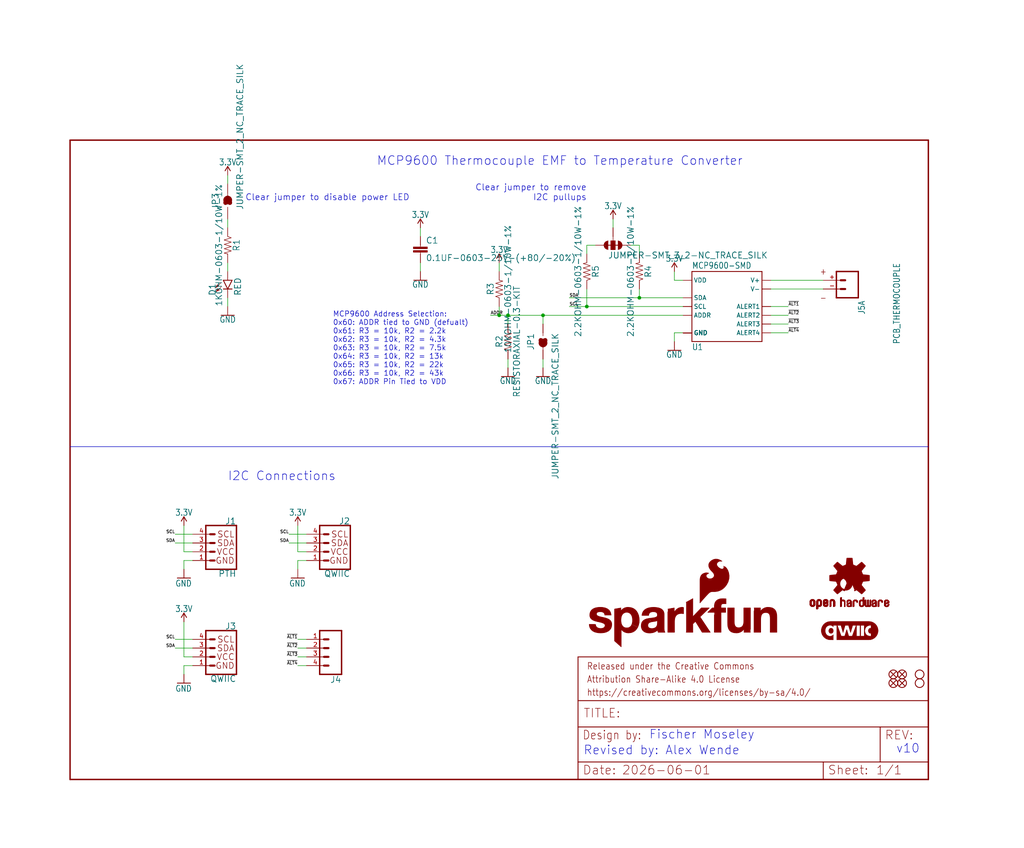
<source format=kicad_sch>
(kicad_sch (version 20230121) (generator eeschema)
  (paper "User" 297.002 245.974)
  (lib_symbols
    (symbol "SparkFun_Qwiic_Thermocouple_Amplifier_PCC-eagle-import:0.1UF-0603-25V-(+80/-20%)"
      (property "Reference" "C" (at 1.524 2.921 0))
      (symbol "0.1UF-0603-25V-(+80/-20%)_1_0"
        (pin passive line (at 0 5.08 270) (length 2.54) (name "1") (number "1"))
        (pin passive line (at 0 -2.54 90) (length 2.54) (name "2") (number "2"))
      )
    )
    (symbol "SparkFun_Qwiic_Thermocouple_Amplifier_PCC-eagle-import:10KOHM-0603-1/10W-1%"
      (property "Reference" "R" (at 0 1.524 0))
      (symbol "10KOHM-0603-1/10W-1%_1_0"
        (pin passive line (at -5.08 0 0) (length 2.54) (name "1") (number "1"))
        (pin passive line (at 5.08 0 180) (length 2.54) (name "2") (number "2"))
      )
    )
    (symbol "SparkFun_Qwiic_Thermocouple_Amplifier_PCC-eagle-import:1KOHM-0603-1/10W-1%"
      (property "Reference" "R" (at 0 1.524 0))
      (symbol "1KOHM-0603-1/10W-1%_1_0"
        (pin passive line (at -5.08 0 0) (length 2.54) (name "1") (number "1"))
        (pin passive line (at 5.08 0 180) (length 2.54) (name "2") (number "2"))
      )
    )
    (symbol "SparkFun_Qwiic_Thermocouple_Amplifier_PCC-eagle-import:2.2KOHM-0603-1/10W-1%"
      (property "Reference" "R" (at 0 1.524 0))
      (symbol "2.2KOHM-0603-1/10W-1%_1_0"
        (pin passive line (at -5.08 0 0) (length 2.54) (name "1") (number "1"))
        (pin passive line (at 5.08 0 180) (length 2.54) (name "2") (number "2"))
      )
    )
    (symbol "SparkFun_Qwiic_Thermocouple_Amplifier_PCC-eagle-import:CONN_041X04_NO_SILK"
      (property "Reference" "J" (at -5.08 8.128 0))
      (symbol "CONN_041X04_NO_SILK_1_0"
        (pin passive line (at 5.08 -2.54 180) (length 5.08) (name "1") (number "1"))
        (pin passive line (at 5.08 0 180) (length 5.08) (name "2") (number "2"))
        (pin passive line (at 5.08 2.54 180) (length 5.08) (name "3") (number "3"))
        (pin passive line (at 5.08 5.08 180) (length 5.08) (name "4") (number "4"))
      )
    )
    (symbol "SparkFun_Qwiic_Thermocouple_Amplifier_PCC-eagle-import:FIDUCIALUFIDUCIAL")
    (symbol "SparkFun_Qwiic_Thermocouple_Amplifier_PCC-eagle-import:FRAME-LETTER"
      (symbol "FRAME-LETTER_2_0"
        (text "${#}/${##}" (at 86.36 1.27 0) (effects (font (size 2.54 2.54)) (justify left bottom)))
        (text "${CURRENT_DATE}" (at 12.7 1.27 0) (effects (font (size 2.54 2.54)) (justify left bottom)))
        (text "${PROJECTNAME}" (at 15.494 17.78 0) (effects (font (size 2.7432 2.7432)) (justify left bottom)))
        (text "Attribution Share-Alike 4.0 License" (at 2.54 27.94 0) (effects (font (size 1.9304 1.6408)) (justify left bottom)))
        (text "Date:" (at 1.27 1.27 0) (effects (font (size 2.54 2.54)) (justify left bottom)))
        (text "Design by:" (at 1.27 11.43 0) (effects (font (size 2.54 2.159)) (justify left bottom)))
        (text "https://creativecommons.org/licenses/by-sa/4.0/" (at 2.54 24.13 0) (effects (font (size 1.9304 1.6408)) (justify left bottom)))
        (text "Released under the Creative Commons" (at 2.54 31.75 0) (effects (font (size 1.9304 1.6408)) (justify left bottom)))
        (text "REV:" (at 88.9 11.43 0) (effects (font (size 2.54 2.54)) (justify left bottom)))
        (text "Sheet:" (at 72.39 1.27 0) (effects (font (size 2.54 2.54)) (justify left bottom)))
        (text "TITLE:" (at 1.524 17.78 0) (effects (font (size 2.54 2.54)) (justify left bottom)))
      )
    )
    (symbol "SparkFun_Qwiic_Thermocouple_Amplifier_PCC-eagle-import:I2C_STANDARD_NO_SILK"
      (property "Reference" "J" (at -5.08 7.874 0))
      (symbol "I2C_STANDARD_NO_SILK_1_0"
        (text "GND" (at -4.572 -2.54 0) (effects (font (size 1.778 1.778)) (justify left)))
        (text "SCL" (at -4.572 5.08 0) (effects (font (size 1.778 1.778)) (justify left)))
        (text "SDA" (at -4.572 2.54 0) (effects (font (size 1.778 1.778)) (justify left)))
        (text "VCC" (at -4.572 0 0) (effects (font (size 1.778 1.778)) (justify left)))
        (pin power_in line (at 7.62 -2.54 180) (length 5.08) (name "1") (number "1"))
        (pin power_in line (at 7.62 0 180) (length 5.08) (name "2") (number "2"))
        (pin passive line (at 7.62 2.54 180) (length 5.08) (name "3") (number "3"))
        (pin passive line (at 7.62 5.08 180) (length 5.08) (name "4") (number "4"))
      )
    )
    (symbol "SparkFun_Qwiic_Thermocouple_Amplifier_PCC-eagle-import:JUMPER-SMT_2_NC_TRACE_SILK"
      (property "Reference" "JP" (at -2.54 2.54 0))
      (symbol "JUMPER-SMT_2_NC_TRACE_SILK_1_0"
        (pin passive line (at -5.08 0 0) (length 2.54) (name "1") (number "1"))
        (pin passive line (at 5.08 0 180) (length 2.54) (name "2") (number "2"))
      )
    )
    (symbol "SparkFun_Qwiic_Thermocouple_Amplifier_PCC-eagle-import:JUMPER-SMT_3_2-NC_TRACE_SILK"
      (property "Reference" "JP" (at 2.54 0.381 0))
      (symbol "JUMPER-SMT_3_2-NC_TRACE_SILK_1_0"
        (pin passive line (at 0 5.08 270) (length 2.54) (name "1") (number "1"))
        (pin passive line (at -5.08 0 0) (length 2.54) (name "2") (number "2"))
        (pin passive line (at 0 -5.08 90) (length 2.54) (name "3") (number "3"))
      )
    )
    (symbol "SparkFun_Qwiic_Thermocouple_Amplifier_PCC-eagle-import:LED-RED0603"
      (property "Reference" "D" (at -3.429 -4.572 90))
      (symbol "LED-RED0603_1_0"
        (pin passive line (at 0 2.54 270) (length 2.54) (name "A") (number "A"))
        (pin passive line (at 0 -5.08 90) (length 2.54) (name "C") (number "C"))
      )
    )
    (symbol "SparkFun_Qwiic_Thermocouple_Amplifier_PCC-eagle-import:MCP9600-SMD"
      (property "Reference" "U" (at -10.414 10.668 0))
      (symbol "MCP9600-SMD_1_0"
        (pin bidirectional line (at -12.7 -7.62 0) (length 2.54) (name "GND") (number "1"))
        (pin bidirectional line (at -12.7 -7.62 0) (length 2.54) (name "GND") (number "10"))
        (pin bidirectional line (at 12.7 0 180) (length 2.54) (name "ALERT1") (number "11"))
        (pin bidirectional line (at 12.7 -2.54 180) (length 2.54) (name "ALERT2") (number "12"))
        (pin bidirectional line (at -12.7 -7.62 0) (length 2.54) (name "GND") (number "13"))
        (pin bidirectional line (at 12.7 -5.08 180) (length 2.54) (name "ALERT3") (number "14"))
        (pin bidirectional line (at 12.7 -7.62 180) (length 2.54) (name "ALERT4") (number "15"))
        (pin bidirectional line (at -12.7 -2.54 0) (length 2.54) (name "ADDR") (number "16"))
        (pin bidirectional line (at -12.7 -7.62 0) (length 2.54) (name "GND") (number "17"))
        (pin bidirectional line (at -12.7 -7.62 0) (length 2.54) (name "GND") (number "18"))
        (pin bidirectional line (at -12.7 0 0) (length 2.54) (name "SCL") (number "19"))
        (pin bidirectional line (at 12.7 7.62 180) (length 2.54) (name "V+") (number "2"))
        (pin bidirectional line (at -12.7 2.54 0) (length 2.54) (name "SDA") (number "20"))
        (pin bidirectional line (at -12.7 -7.62 0) (length 2.54) (name "GND") (number "21"))
        (pin bidirectional line (at -12.7 -7.62 0) (length 2.54) (name "GND") (number "3"))
        (pin bidirectional line (at 12.7 5.08 180) (length 2.54) (name "V-") (number "4"))
        (pin bidirectional line (at -12.7 -7.62 0) (length 2.54) (name "GND") (number "5"))
        (pin bidirectional line (at -12.7 -7.62 0) (length 2.54) (name "GND") (number "6"))
        (pin bidirectional line (at -12.7 -7.62 0) (length 2.54) (name "GND") (number "7"))
        (pin bidirectional line (at -12.7 7.62 0) (length 2.54) (name "VDD") (number "8"))
        (pin bidirectional line (at -12.7 -7.62 0) (length 2.54) (name "GND") (number "9"))
      )
    )
    (symbol "SparkFun_Qwiic_Thermocouple_Amplifier_PCC-eagle-import:OSHW-LOGOMINI")
    (symbol "SparkFun_Qwiic_Thermocouple_Amplifier_PCC-eagle-import:PCB_THERMOCOUPLE"
      (property "Reference" "JP" (at -1.27 0 90))
      (symbol "PCB_THERMOCOUPLE_1_0"
        (text "+" (at 5.08 -5.08 0) (effects (font (size 1.778 1.5113))))
        (text "-" (at 5.08 2.54 0) (effects (font (size 1.778 1.5113))))
        (pin passive line (at 5.08 -2.54 180) (length 5.08) (name "+") (number "+"))
        (pin passive line (at 5.08 0 180) (length 5.08) (name "-") (number "-"))
      )
      (symbol "PCB_THERMOCOUPLE_2_0"
        (pin passive line (at 0 -2.54 90) (length 2.54) (name "1") (number "CLIP1"))
        (pin passive line (at 2.54 -2.54 90) (length 2.54) (name "2") (number "CLIP2"))
      )
    )
    (symbol "SparkFun_Qwiic_Thermocouple_Amplifier_PCC-eagle-import:QWIIC_CONNECTORJS-1MM"
      (property "Reference" "J" (at -5.08 7.874 0))
      (symbol "QWIIC_CONNECTORJS-1MM_1_0"
        (text "GND" (at -4.572 -2.54 0) (effects (font (size 1.778 1.778)) (justify left)))
        (text "SCL" (at -4.572 5.08 0) (effects (font (size 1.778 1.778)) (justify left)))
        (text "SDA" (at -4.572 2.54 0) (effects (font (size 1.778 1.778)) (justify left)))
        (text "VCC" (at -4.572 0 0) (effects (font (size 1.778 1.778)) (justify left)))
        (pin power_in line (at 7.62 -2.54 180) (length 5.08) (name "1") (number "1"))
        (pin power_in line (at 7.62 0 180) (length 5.08) (name "2") (number "2"))
        (pin passive line (at 7.62 2.54 180) (length 5.08) (name "3") (number "3"))
        (pin passive line (at 7.62 5.08 180) (length 5.08) (name "4") (number "4"))
      )
    )
    (symbol "SparkFun_Qwiic_Thermocouple_Amplifier_PCC-eagle-import:QWIIC_LOGO_5MM")
    (symbol "SparkFun_Qwiic_Thermocouple_Amplifier_PCC-eagle-import:RESISTORAXIAL-0.3-KIT"
      (property "Reference" "R" (at 0 1.524 0))
      (symbol "RESISTORAXIAL-0.3-KIT_1_0"
        (pin passive line (at -5.08 0 0) (length 2.54) (name "1") (number "P$1"))
        (pin passive line (at 5.08 0 180) (length 2.54) (name "2") (number "P$2"))
      )
    )
    (symbol "SparkFun_Qwiic_Thermocouple_Amplifier_PCC-eagle-import:SFE_LOGO_NAME_FLAME.1_INCH")
    (symbol "SparkFun_Qwiic_Thermocouple_Amplifier_PCC-eagle-import:STAND-OFF")
    (symbol "SparkFun_Qwiic_Thermocouple_Amplifier_PCC-eagle-import:SparkFun-PowerSymbols_3.3V" (power)
      (property "Value" "SparkFun-PowerSymbols_3.3V" (at 0 2.794 0))
      (symbol "SparkFun-PowerSymbols_3.3V_1_0"
        (pin power_in line (at 0 0 90) (length 2.54) (name "3.3V") (number "1"))
      )
    )
    (symbol "SparkFun_Qwiic_Thermocouple_Amplifier_PCC-eagle-import:SparkFun-PowerSymbols_GND" (power)
      (property "Value" "SparkFun-PowerSymbols_GND" (at 0 -0.254 0))
      (symbol "SparkFun-PowerSymbols_GND_1_0"
        (pin power_in line (at 0 2.54 270) (length 2.54) (name "GND") (number "1"))
      )
    )
    (symbol "SparkFun_Qwiic_Thermocouple_Amplifier_PCC-eagle-import:SparkFun_GND" (power)
      (property "Value" "SparkFun_GND" (at -2.54 -2.54 0))
      (symbol "SparkFun_GND_1_0"
        (pin power_in line (at 0 2.54 270) (length 2.54) (name "GND") (number "1"))
      )
    )
  )
  (junction (at 170.18 88.9))
  (junction (at 144.78 91.44))
  (junction (at 185.42 86.36))
  (junction (at 147.32 91.44))
  (junction (at 157.48 91.44))
  (wire (pts (xy 144.78 91.44) (xy 142.24 91.44)) (stroke (width 0.1524)))
  (wire (pts (xy 66.04 53.34) (xy 66.04 50.8)) (stroke (width 0.1524)))
  (wire (pts (xy 88.9 187.96) (xy 86.36 187.96)) (stroke (width 0.1524)))
  (wire (pts (xy 88.9 190.5) (xy 86.36 190.5)) (stroke (width 0.1524)))
  (wire (pts (xy 157.48 91.44) (xy 147.32 91.44)) (stroke (width 0.1524)))
  (wire (pts (xy 86.36 162.56) (xy 88.9 162.56)) (stroke (width 0.1524)))
  (wire (pts (xy 86.36 165.1) (xy 86.36 162.56)) (stroke (width 0.1524)))
  (wire (pts (xy 53.34 165.1) (xy 53.34 162.56)) (stroke (width 0.1524)))
  (wire (pts (xy 144.78 76.2) (xy 144.78 78.74)) (stroke (width 0.1524)))
  (wire (pts (xy 50.8 157.48) (xy 55.88 157.48)) (stroke (width 0.1524)))
  (wire (pts (xy 223.52 81.28) (xy 238.76 81.28)) (stroke (width 0.1524)))
  (wire (pts (xy 170.18 73.66) (xy 170.18 71.12)) (stroke (width 0.1524)))
  (wire (pts (xy 88.9 193.04) (xy 86.36 193.04)) (stroke (width 0.1524)))
  (wire (pts (xy 121.92 68.58) (xy 121.92 66.04)) (stroke (width 0.1524)))
  (wire (pts (xy 53.34 160.02) (xy 55.88 160.02)) (stroke (width 0.1524)))
  (wire (pts (xy 86.36 160.02) (xy 88.9 160.02)) (stroke (width 0.1524)))
  (wire (pts (xy 157.48 91.44) (xy 198.12 91.44)) (stroke (width 0.1524)))
  (wire (pts (xy 185.42 71.12) (xy 182.88 71.12)) (stroke (width 0.1524)))
  (wire (pts (xy 195.58 96.52) (xy 198.12 96.52)) (stroke (width 0.1524)))
  (wire (pts (xy 66.04 86.36) (xy 66.04 88.9)) (stroke (width 0.1524)))
  (wire (pts (xy 55.88 154.94) (xy 50.8 154.94)) (stroke (width 0.1524)))
  (wire (pts (xy 66.04 63.5) (xy 66.04 66.04)) (stroke (width 0.1524)))
  (wire (pts (xy 185.42 73.66) (xy 185.42 71.12)) (stroke (width 0.1524)))
  (wire (pts (xy 195.58 78.74) (xy 195.58 81.28)) (stroke (width 0.1524)))
  (wire (pts (xy 223.52 91.44) (xy 228.6 91.44)) (stroke (width 0.1524)))
  (wire (pts (xy 195.58 99.06) (xy 195.58 96.52)) (stroke (width 0.1524)))
  (wire (pts (xy 170.18 88.9) (xy 170.18 83.82)) (stroke (width 0.1524)))
  (wire (pts (xy 157.48 93.98) (xy 157.48 91.44)) (stroke (width 0.1524)))
  (wire (pts (xy 53.34 190.5) (xy 55.88 190.5)) (stroke (width 0.1524)))
  (wire (pts (xy 147.32 91.44) (xy 147.32 93.98)) (stroke (width 0.1524)))
  (wire (pts (xy 223.52 83.82) (xy 238.76 83.82)) (stroke (width 0.1524)))
  (wire (pts (xy 55.88 187.96) (xy 50.8 187.96)) (stroke (width 0.1524)))
  (wire (pts (xy 223.52 93.98) (xy 228.6 93.98)) (stroke (width 0.1524)))
  (wire (pts (xy 165.1 88.9) (xy 170.18 88.9)) (stroke (width 0.1524)))
  (wire (pts (xy 172.72 71.12) (xy 170.18 71.12)) (stroke (width 0.1524)))
  (wire (pts (xy 121.92 76.2) (xy 121.92 78.74)) (stroke (width 0.1524)))
  (wire (pts (xy 195.58 81.28) (xy 198.12 81.28)) (stroke (width 0.1524)))
  (wire (pts (xy 53.34 162.56) (xy 55.88 162.56)) (stroke (width 0.1524)))
  (wire (pts (xy 53.34 193.04) (xy 55.88 193.04)) (stroke (width 0.1524)))
  (wire (pts (xy 88.9 185.42) (xy 86.36 185.42)) (stroke (width 0.1524)))
  (wire (pts (xy 144.78 91.44) (xy 147.32 91.44)) (stroke (width 0.1524)))
  (wire (pts (xy 50.8 185.42) (xy 55.88 185.42)) (stroke (width 0.1524)))
  (wire (pts (xy 185.42 86.36) (xy 198.12 86.36)) (stroke (width 0.1524)))
  (wire (pts (xy 66.04 76.2) (xy 66.04 78.74)) (stroke (width 0.1524)))
  (wire (pts (xy 83.82 157.48) (xy 88.9 157.48)) (stroke (width 0.1524)))
  (wire (pts (xy 165.1 86.36) (xy 185.42 86.36)) (stroke (width 0.1524)))
  (wire (pts (xy 53.34 180.34) (xy 53.34 190.5)) (stroke (width 0.1524)))
  (wire (pts (xy 53.34 195.58) (xy 53.34 193.04)) (stroke (width 0.1524)))
  (wire (pts (xy 83.82 154.94) (xy 88.9 154.94)) (stroke (width 0.1524)))
  (wire (pts (xy 223.52 96.52) (xy 228.6 96.52)) (stroke (width 0.1524)))
  (wire (pts (xy 147.32 104.14) (xy 147.32 106.68)) (stroke (width 0.1524)))
  (wire (pts (xy 170.18 88.9) (xy 198.12 88.9)) (stroke (width 0.1524)))
  (wire (pts (xy 86.36 152.4) (xy 86.36 160.02)) (stroke (width 0.1524)))
  (wire (pts (xy 53.34 152.4) (xy 53.34 160.02)) (stroke (width 0.1524)))
  (wire (pts (xy 157.48 104.14) (xy 157.48 106.68)) (stroke (width 0.1524)))
  (wire (pts (xy 177.8 66.04) (xy 177.8 63.5)) (stroke (width 0.1524)))
  (wire (pts (xy 144.78 88.9) (xy 144.78 91.44)) (stroke (width 0.1524)))
  (wire (pts (xy 223.52 88.9) (xy 228.6 88.9)) (stroke (width 0.1524)))
  (wire (pts (xy 185.42 86.36) (xy 185.42 83.82)) (stroke (width 0.1524)))
  (polyline (pts (xy 20.32 129.54) (xy 269.24 129.54)) (stroke (width 0.1524) (type solid)))
  (text "Revised by: Alex Wende" (at 169.164 219.202 0) (effects (font (size 2.54 2.54)) (justify left bottom)))
  (text "MCP9600 Address Selection:\n0x60: ADDR tied to GND (defualt)\n0x61: R3 = 10k, R2 = 2.2k\n0x62: R3 = 10k, R2 = 4.3k\n0x63: R3 = 10k, R2 = 7.5k\n0x64: R3 = 10k, R2 = 13k\n0x65: R3 = 10k, R2 = 22k\n0x66: R3 = 10k, R2 = 43k\n0x67: ADDR Pin Tied to VDD" (at 96.52 111.76 0) (effects (font (size 1.524 1.524)) (justify left bottom)))
  (text "Fischer Moseley" (at 188.214 214.63 0) (effects (font (size 2.54 2.54)) (justify left bottom)))
  (text "Clear jumper to disable power LED" (at 71.12 58.42 0) (effects (font (size 1.778 1.778)) (justify left bottom)))
  (text "v10" (at 259.842 218.694 0) (effects (font (size 2.54 2.54)) (justify left bottom)))
  (text "I2C Connections" (at 66.04 139.7 0) (effects (font (size 2.54 2.54)) (justify left bottom)))
  (text "MCP9600 Thermocouple EMF to Temperature Converter" (at 109.22 48.26 0) (effects (font (size 2.54 2.54)) (justify left bottom)))
  (text "Clear jumper to remove\nI2C pullups" (at 170.18 58.42 0) (effects (font (size 1.778 1.778)) (justify right bottom)))
  (label "~{ALT3}" (at 86.36 190.5 180) (effects (font (size 0.889 0.889))))
  (label "~{ALT4}" (at 86.36 193.04 180) (effects (font (size 0.889 0.889))))
  (label "SDA" (at 165.1 86.36 0) (effects (font (size 0.889 0.889))))
  (label "SCL" (at 165.1 88.9 0) (effects (font (size 0.889 0.889))))
  (label "~{ALT2}" (at 86.36 187.96 180) (effects (font (size 0.889 0.889))))
  (label "~{ALT2}" (at 228.6 91.44 0) (effects (font (size 0.889 0.889))))
  (label "~{ALT1}" (at 86.36 185.42 180) (effects (font (size 0.889 0.889))))
  (label "SDA" (at 83.82 157.48 180) (effects (font (size 0.889 0.889))))
  (label "~{ALT3}" (at 228.6 93.98 0) (effects (font (size 0.889 0.889))))
  (label "ADDR" (at 142.24 91.44 0) (effects (font (size 0.889 0.889))))
  (label "SDA" (at 50.8 157.48 180) (effects (font (size 0.889 0.889))))
  (label "SCL" (at 50.8 185.42 180) (effects (font (size 0.889 0.889))))
  (label "~{ALT4}" (at 228.6 96.52 0) (effects (font (size 0.889 0.889))))
  (label "SCL" (at 50.8 154.94 180) (effects (font (size 0.889 0.889))))
  (label "~{ALT1}" (at 228.6 88.9 0) (effects (font (size 0.889 0.889))))
  (label "SCL" (at 83.82 154.94 180) (effects (font (size 0.889 0.889))))
  (label "SDA" (at 50.8 187.96 180) (effects (font (size 0.889 0.889))))
  (symbol (lib_id "SparkFun_Qwiic_Thermocouple_Amplifier_PCC-eagle-import:2.2KOHM-0603-1/10W-1%") (at 185.42 78.74 270) (mirror x) (unit 1)
    (property "Reference" "R4" (at 186.944 78.74 0) (effects (font (size 1.778 1.778)) (justify bottom)))
    (property "Value" "2.2KOHM-0603-1/10W-1%" (at 183.896 78.74 0) (effects (font (size 1.778 1.778)) (justify top)))
    (property "Footprint" "SparkFun_Qwiic_Thermocouple_Amplifier_PCC:0603" (effects hide))
  )
  (symbol (lib_id "SparkFun_Qwiic_Thermocouple_Amplifier_PCC-eagle-import:SFE_LOGO_NAME_FLAME.1_INCH") (at 170.18 187.96 0) (unit 1)
    (property "Reference" "LOGO2" (effects hide))
    (property "Value" "SFE_LOGO_NAME_FLAME.1_INCH" (effects hide))
    (property "Footprint" "SparkFun_Qwiic_Thermocouple_Amplifier_PCC:SFE_LOGO_NAME_FLAME_.1" (effects hide))
  )
  (symbol (lib_id "SparkFun_Qwiic_Thermocouple_Amplifier_PCC-eagle-import:JUMPER-SMT_2_NC_TRACE_SILK") (at 157.48 99.06 90) (mirror x) (unit 1)
    (property "Reference" "JP1" (at 154.94 96.52 0) (effects (font (size 1.778 1.778)) (justify left bottom)))
    (property "Value" "JUMPER-SMT_2_NC_TRACE_SILK" (at 160.02 96.52 0) (effects (font (size 1.778 1.778)) (justify left top)))
    (property "Footprint" "SparkFun_Qwiic_Thermocouple_Amplifier_PCC:SMT-JUMPER_2_NC_TRACE_SILK" (effects hide))
  )
  (symbol (lib_id "SparkFun_Qwiic_Thermocouple_Amplifier_PCC-eagle-import:FIDUCIALUFIDUCIAL") (at 259.08 198.12 0) (unit 1)
    (property "Reference" "FD3" (effects hide))
    (property "Value" "FIDUCIALUFIDUCIAL" (effects hide))
    (property "Footprint" "SparkFun_Qwiic_Thermocouple_Amplifier_PCC:FIDUCIAL-MICRO" (effects hide))
  )
  (symbol (lib_id "SparkFun_Qwiic_Thermocouple_Amplifier_PCC-eagle-import:FRAME-LETTER") (at 20.32 226.06 0) (unit 1)
    (property "Reference" "FRAME1" (effects hide))
    (property "Value" "FRAME-LETTER" (effects hide))
    (property "Footprint" "SparkFun_Qwiic_Thermocouple_Amplifier_PCC:CREATIVE_COMMONS" (effects hide))
  )
  (symbol (lib_id "SparkFun_Qwiic_Thermocouple_Amplifier_PCC-eagle-import:SparkFun-PowerSymbols_3.3V") (at 144.78 76.2 0) (mirror y) (unit 1)
    (property "Reference" "#SUPPLY2" (effects hide))
    (property "Value" "3.3V" (at 144.78 73.406 0) (effects (font (size 1.778 1.5113)) (justify bottom)))
  )
  (symbol (lib_id "SparkFun_Qwiic_Thermocouple_Amplifier_PCC-eagle-import:LED-RED0603") (at 66.04 81.28 0) (unit 1)
    (property "Reference" "D1" (at 62.611 85.852 90) (effects (font (size 1.778 1.778)) (justify left bottom)))
    (property "Value" "RED" (at 67.945 85.852 90) (effects (font (size 1.778 1.778)) (justify left top)))
    (property "Footprint" "SparkFun_Qwiic_Thermocouple_Amplifier_PCC:LED-0603" (effects hide))
  )
  (symbol (lib_id "SparkFun_Qwiic_Thermocouple_Amplifier_PCC-eagle-import:SparkFun_GND") (at 86.36 167.64 0) (unit 1)
    (property "Reference" "#GND7" (effects hide))
    (property "Value" "GND" (at 83.82 170.18 0) (effects (font (size 1.778 1.5113)) (justify left bottom)))
  )
  (symbol (lib_id "SparkFun_Qwiic_Thermocouple_Amplifier_PCC-eagle-import:SparkFun_GND") (at 53.34 167.64 0) (unit 1)
    (property "Reference" "#GND5" (effects hide))
    (property "Value" "GND" (at 50.8 170.18 0) (effects (font (size 1.778 1.5113)) (justify left bottom)))
  )
  (symbol (lib_id "SparkFun_Qwiic_Thermocouple_Amplifier_PCC-eagle-import:SparkFun-PowerSymbols_GND") (at 147.32 109.22 0) (mirror y) (unit 1)
    (property "Reference" "#GND3" (effects hide))
    (property "Value" "GND" (at 147.32 109.474 0) (effects (font (size 1.778 1.5113)) (justify top)))
  )
  (symbol (lib_id "SparkFun_Qwiic_Thermocouple_Amplifier_PCC-eagle-import:QWIIC_LOGO_5MM") (at 246.38 182.88 0) (unit 1)
    (property "Reference" "LOGO3" (effects hide))
    (property "Value" "QWIIC_LOGO_5MM" (effects hide))
    (property "Footprint" "SparkFun_Qwiic_Thermocouple_Amplifier_PCC:QWIIC_5MM" (effects hide))
  )
  (symbol (lib_id "SparkFun_Qwiic_Thermocouple_Amplifier_PCC-eagle-import:RESISTORAXIAL-0.3-KIT") (at 147.32 99.06 90) (unit 1)
    (property "Reference" "R2" (at 145.796 99.06 0) (effects (font (size 1.778 1.778)) (justify bottom)))
    (property "Value" "RESISTORAXIAL-0.3-KIT" (at 148.844 99.06 0) (effects (font (size 1.778 1.778)) (justify top)))
    (property "Footprint" "SparkFun_Qwiic_Thermocouple_Amplifier_PCC:AXIAL-0.3-KIT" (effects hide))
  )
  (symbol (lib_id "SparkFun_Qwiic_Thermocouple_Amplifier_PCC-eagle-import:JUMPER-SMT_2_NC_TRACE_SILK") (at 66.04 58.42 90) (unit 1)
    (property "Reference" "JP3" (at 63.5 60.96 0) (effects (font (size 1.778 1.778)) (justify left bottom)))
    (property "Value" "JUMPER-SMT_2_NC_TRACE_SILK" (at 68.58 60.96 0) (effects (font (size 1.778 1.778)) (justify left top)))
    (property "Footprint" "SparkFun_Qwiic_Thermocouple_Amplifier_PCC:SMT-JUMPER_2_NC_TRACE_SILK" (effects hide))
  )
  (symbol (lib_id "SparkFun_Qwiic_Thermocouple_Amplifier_PCC-eagle-import:10KOHM-0603-1/10W-1%") (at 144.78 83.82 90) (unit 1)
    (property "Reference" "R3" (at 143.256 83.82 0) (effects (font (size 1.778 1.778)) (justify bottom)))
    (property "Value" "10KOHM-0603-1/10W-1%" (at 146.304 83.82 0) (effects (font (size 1.778 1.778)) (justify top)))
    (property "Footprint" "SparkFun_Qwiic_Thermocouple_Amplifier_PCC:0603" (effects hide))
  )
  (symbol (lib_id "SparkFun_Qwiic_Thermocouple_Amplifier_PCC-eagle-import:FRAME-LETTER") (at 167.64 226.06 0) (unit 2)
    (property "Reference" "FRAME1" (effects hide))
    (property "Value" "FRAME-LETTER" (effects hide))
    (property "Footprint" "SparkFun_Qwiic_Thermocouple_Amplifier_PCC:CREATIVE_COMMONS" (effects hide))
  )
  (symbol (lib_id "SparkFun_Qwiic_Thermocouple_Amplifier_PCC-eagle-import:SparkFun-PowerSymbols_GND") (at 157.48 109.22 0) (mirror y) (unit 1)
    (property "Reference" "#GND8" (effects hide))
    (property "Value" "GND" (at 157.48 109.474 0) (effects (font (size 1.778 1.5113)) (justify top)))
  )
  (symbol (lib_id "SparkFun_Qwiic_Thermocouple_Amplifier_PCC-eagle-import:SparkFun_GND") (at 53.34 198.12 0) (unit 1)
    (property "Reference" "#GND6" (effects hide))
    (property "Value" "GND" (at 50.8 200.66 0) (effects (font (size 1.778 1.5113)) (justify left bottom)))
  )
  (symbol (lib_id "SparkFun_Qwiic_Thermocouple_Amplifier_PCC-eagle-import:FIDUCIALUFIDUCIAL") (at 259.08 195.58 0) (unit 1)
    (property "Reference" "FD4" (effects hide))
    (property "Value" "FIDUCIALUFIDUCIAL" (effects hide))
    (property "Footprint" "SparkFun_Qwiic_Thermocouple_Amplifier_PCC:FIDUCIAL-MICRO" (effects hide))
  )
  (symbol (lib_id "SparkFun_Qwiic_Thermocouple_Amplifier_PCC-eagle-import:CONN_041X04_NO_SILK") (at 93.98 187.96 180) (unit 1)
    (property "Reference" "J4" (at 99.06 196.088 0) (effects (font (size 1.778 1.778)) (justify left bottom)))
    (property "Value" "CONN_041X04_NO_SILK" (effects hide))
    (property "Footprint" "SparkFun_Qwiic_Thermocouple_Amplifier_PCC:1X04_NO_SILK" (effects hide))
  )
  (symbol (lib_id "SparkFun_Qwiic_Thermocouple_Amplifier_PCC-eagle-import:SparkFun-PowerSymbols_3.3V") (at 53.34 152.4 0) (unit 1)
    (property "Reference" "#SUPPLY3" (effects hide))
    (property "Value" "3.3V" (at 53.34 149.606 0) (effects (font (size 1.778 1.5113)) (justify bottom)))
  )
  (symbol (lib_id "SparkFun_Qwiic_Thermocouple_Amplifier_PCC-eagle-import:SparkFun-PowerSymbols_3.3V") (at 177.8 63.5 0) (mirror y) (unit 1)
    (property "Reference" "#SUPPLY9" (effects hide))
    (property "Value" "3.3V" (at 177.8 60.706 0) (effects (font (size 1.778 1.5113)) (justify bottom)))
  )
  (symbol (lib_id "SparkFun_Qwiic_Thermocouple_Amplifier_PCC-eagle-import:0.1UF-0603-25V-(+80/-20%)") (at 121.92 73.66 0) (unit 1)
    (property "Reference" "C1" (at 123.444 70.739 0) (effects (font (size 1.778 1.778)) (justify left bottom)))
    (property "Value" "0.1UF-0603-25V-(+80/-20%)" (at 123.444 75.819 0) (effects (font (size 1.778 1.778)) (justify left bottom)))
    (property "Footprint" "SparkFun_Qwiic_Thermocouple_Amplifier_PCC:0603" (effects hide))
  )
  (symbol (lib_id "SparkFun_Qwiic_Thermocouple_Amplifier_PCC-eagle-import:SparkFun-PowerSymbols_GND") (at 195.58 101.6 0) (unit 1)
    (property "Reference" "#GND2" (effects hide))
    (property "Value" "GND" (at 195.58 101.854 0) (effects (font (size 1.778 1.5113)) (justify top)))
  )
  (symbol (lib_id "SparkFun_Qwiic_Thermocouple_Amplifier_PCC-eagle-import:2.2KOHM-0603-1/10W-1%") (at 170.18 78.74 270) (mirror x) (unit 1)
    (property "Reference" "R5" (at 171.704 78.74 0) (effects (font (size 1.778 1.778)) (justify bottom)))
    (property "Value" "2.2KOHM-0603-1/10W-1%" (at 168.656 78.74 0) (effects (font (size 1.778 1.778)) (justify top)))
    (property "Footprint" "SparkFun_Qwiic_Thermocouple_Amplifier_PCC:0603" (effects hide))
  )
  (symbol (lib_id "SparkFun_Qwiic_Thermocouple_Amplifier_PCC-eagle-import:SparkFun-PowerSymbols_GND") (at 121.92 81.28 0) (unit 1)
    (property "Reference" "#GND4" (effects hide))
    (property "Value" "GND" (at 121.92 81.534 0) (effects (font (size 1.778 1.5113)) (justify top)))
  )
  (symbol (lib_id "SparkFun_Qwiic_Thermocouple_Amplifier_PCC-eagle-import:SparkFun-PowerSymbols_3.3V") (at 66.04 50.8 0) (unit 1)
    (property "Reference" "#SUPPLY1" (effects hide))
    (property "Value" "3.3V" (at 66.04 48.006 0) (effects (font (size 1.778 1.5113)) (justify bottom)))
  )
  (symbol (lib_id "SparkFun_Qwiic_Thermocouple_Amplifier_PCC-eagle-import:SparkFun-PowerSymbols_3.3V") (at 195.58 78.74 0) (unit 1)
    (property "Reference" "#SUPPLY6" (effects hide))
    (property "Value" "3.3V" (at 195.58 75.946 0) (effects (font (size 1.778 1.5113)) (justify bottom)))
  )
  (symbol (lib_id "SparkFun_Qwiic_Thermocouple_Amplifier_PCC-eagle-import:SparkFun-PowerSymbols_3.3V") (at 86.36 152.4 0) (unit 1)
    (property "Reference" "#SUPPLY7" (effects hide))
    (property "Value" "3.3V" (at 86.36 149.606 0) (effects (font (size 1.778 1.5113)) (justify bottom)))
  )
  (symbol (lib_id "SparkFun_Qwiic_Thermocouple_Amplifier_PCC-eagle-import:1KOHM-0603-1/10W-1%") (at 66.04 71.12 270) (unit 1)
    (property "Reference" "R1" (at 67.564 71.12 0) (effects (font (size 1.778 1.778)) (justify bottom)))
    (property "Value" "1KOHM-0603-1/10W-1%" (at 64.516 71.12 0) (effects (font (size 1.778 1.778)) (justify top)))
    (property "Footprint" "SparkFun_Qwiic_Thermocouple_Amplifier_PCC:0603" (effects hide))
  )
  (symbol (lib_id "SparkFun_Qwiic_Thermocouple_Amplifier_PCC-eagle-import:OSHW-LOGOMINI") (at 246.38 167.64 0) (unit 1)
    (property "Reference" "LOGO1" (effects hide))
    (property "Value" "OSHW-LOGOMINI" (effects hide))
    (property "Footprint" "SparkFun_Qwiic_Thermocouple_Amplifier_PCC:OSHW-LOGO-MINI" (effects hide))
  )
  (symbol (lib_id "SparkFun_Qwiic_Thermocouple_Amplifier_PCC-eagle-import:STAND-OFF") (at 266.7 198.12 0) (unit 1)
    (property "Reference" "JP9" (effects hide))
    (property "Value" "STAND-OFF" (effects hide))
    (property "Footprint" "SparkFun_Qwiic_Thermocouple_Amplifier_PCC:STAND-OFF" (effects hide))
  )
  (symbol (lib_id "SparkFun_Qwiic_Thermocouple_Amplifier_PCC-eagle-import:SparkFun-PowerSymbols_GND") (at 66.04 91.44 0) (unit 1)
    (property "Reference" "#GND1" (effects hide))
    (property "Value" "GND" (at 66.04 91.694 0) (effects (font (size 1.778 1.5113)) (justify top)))
  )
  (symbol (lib_id "SparkFun_Qwiic_Thermocouple_Amplifier_PCC-eagle-import:QWIIC_CONNECTORJS-1MM") (at 96.52 160.02 0) (mirror y) (unit 1)
    (property "Reference" "J2" (at 101.6 152.146 0) (effects (font (size 1.778 1.778)) (justify left bottom)))
    (property "Value" "QWIIC" (at 101.6 165.354 0) (effects (font (size 1.778 1.778)) (justify left top)))
    (property "Footprint" "SparkFun_Qwiic_Thermocouple_Amplifier_PCC:JST04_1MM_RA" (effects hide))
  )
  (symbol (lib_id "SparkFun_Qwiic_Thermocouple_Amplifier_PCC-eagle-import:STAND-OFF") (at 266.7 195.58 0) (unit 1)
    (property "Reference" "JP8" (effects hide))
    (property "Value" "STAND-OFF" (effects hide))
    (property "Footprint" "SparkFun_Qwiic_Thermocouple_Amplifier_PCC:STAND-OFF" (effects hide))
  )
  (symbol (lib_id "SparkFun_Qwiic_Thermocouple_Amplifier_PCC-eagle-import:FIDUCIALUFIDUCIAL") (at 261.62 198.12 0) (unit 1)
    (property "Reference" "FD2" (effects hide))
    (property "Value" "FIDUCIALUFIDUCIAL" (effects hide))
    (property "Footprint" "SparkFun_Qwiic_Thermocouple_Amplifier_PCC:FIDUCIAL-MICRO" (effects hide))
  )
  (symbol (lib_id "SparkFun_Qwiic_Thermocouple_Amplifier_PCC-eagle-import:SparkFun-PowerSymbols_3.3V") (at 121.92 66.04 0) (unit 1)
    (property "Reference" "#SUPPLY5" (effects hide))
    (property "Value" "3.3V" (at 121.92 63.246 0) (effects (font (size 1.778 1.5113)) (justify bottom)))
  )
  (symbol (lib_id "SparkFun_Qwiic_Thermocouple_Amplifier_PCC-eagle-import:I2C_STANDARD_NO_SILK") (at 63.5 160.02 0) (mirror y) (unit 1)
    (property "Reference" "J1" (at 68.58 152.146 0) (effects (font (size 1.778 1.778)) (justify left bottom)))
    (property "Value" "PTH" (at 68.58 165.354 0) (effects (font (size 1.778 1.778)) (justify left top)))
    (property "Footprint" "SparkFun_Qwiic_Thermocouple_Amplifier_PCC:1X04_NO_SILK" (effects hide))
  )
  (symbol (lib_id "SparkFun_Qwiic_Thermocouple_Amplifier_PCC-eagle-import:QWIIC_CONNECTORJS-1MM") (at 63.5 190.5 0) (mirror y) (unit 1)
    (property "Reference" "J3" (at 68.58 182.626 0) (effects (font (size 1.778 1.778)) (justify left bottom)))
    (property "Value" "QWIIC" (at 68.58 195.834 0) (effects (font (size 1.778 1.778)) (justify left top)))
    (property "Footprint" "SparkFun_Qwiic_Thermocouple_Amplifier_PCC:JST04_1MM_RA" (effects hide))
  )
  (symbol (lib_id "SparkFun_Qwiic_Thermocouple_Amplifier_PCC-eagle-import:JUMPER-SMT_3_2-NC_TRACE_SILK") (at 177.8 71.12 90) (mirror x) (unit 1)
    (property "Reference" "JP2" (effects hide))
    (property "Value" "JUMPER-SMT_3_2-NC_TRACE_SILK" (at 176.276 75.057 90) (effects (font (size 1.778 1.778)) (justify right bottom)))
    (property "Footprint" "SparkFun_Qwiic_Thermocouple_Amplifier_PCC:SMT-JUMPER_3_2-NC_TRACE_SILK" (effects hide))
  )
  (symbol (lib_id "SparkFun_Qwiic_Thermocouple_Amplifier_PCC-eagle-import:FIDUCIALUFIDUCIAL") (at 261.62 195.58 0) (unit 1)
    (property "Reference" "FD1" (effects hide))
    (property "Value" "FIDUCIALUFIDUCIAL" (effects hide))
    (property "Footprint" "SparkFun_Qwiic_Thermocouple_Amplifier_PCC:FIDUCIAL-MICRO" (effects hide))
  )
  (symbol (lib_id "SparkFun_Qwiic_Thermocouple_Amplifier_PCC-eagle-import:SparkFun-PowerSymbols_3.3V") (at 53.34 180.34 0) (unit 1)
    (property "Reference" "#SUPPLY4" (effects hide))
    (property "Value" "3.3V" (at 53.34 177.546 0) (effects (font (size 1.778 1.5113)) (justify bottom)))
  )
  (symbol (lib_id "SparkFun_Qwiic_Thermocouple_Amplifier_PCC-eagle-import:MCP9600-SMD") (at 210.82 88.9 0) (unit 1)
    (property "Reference" "U1" (at 200.66 101.6 0) (effects (font (size 1.778 1.5113)) (justify left bottom)))
    (property "Value" "MCP9600-SMD" (at 200.66 77.978 0) (effects (font (size 1.778 1.5113)) (justify left bottom)))
    (property "Footprint" "SparkFun_Qwiic_Thermocouple_Amplifier_PCC:MQFN-20" (effects hide))
  )
  (symbol (lib_id "SparkFun_Qwiic_Thermocouple_Amplifier_PCC-eagle-import:PCB_THERMOCOUPLE") (at 243.84 83.82 180) (unit 1)
    (property "Reference" "J5" (at 248.92 87.122 90) (effects (font (size 1.778 1.5113)) (justify left bottom)))
    (property "Value" "PCB_THERMOCOUPLE" (at 259.08 76.2 90) (effects (font (size 1.778 1.5113)) (justify left bottom)))
    (property "Footprint" "SparkFun_Qwiic_Thermocouple_Amplifier_PCC:PCC-SMP" (effects hide))
  )
)
</source>
